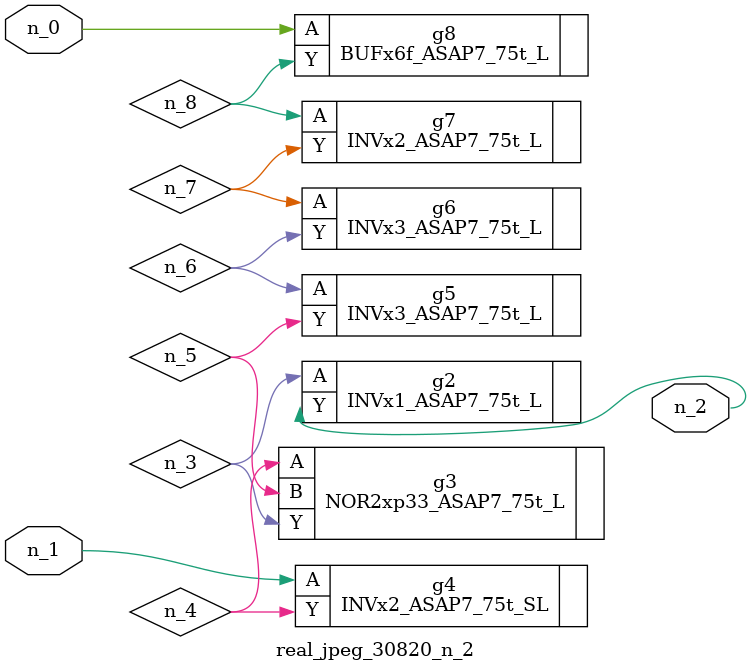
<source format=v>
module real_jpeg_30820_n_2 (n_1, n_0, n_2);

input n_1;
input n_0;

output n_2;

wire n_5;
wire n_4;
wire n_8;
wire n_6;
wire n_7;
wire n_3;

BUFx6f_ASAP7_75t_L g8 ( 
.A(n_0),
.Y(n_8)
);

INVx2_ASAP7_75t_SL g4 ( 
.A(n_1),
.Y(n_4)
);

INVx1_ASAP7_75t_L g2 ( 
.A(n_3),
.Y(n_2)
);

NOR2xp33_ASAP7_75t_L g3 ( 
.A(n_4),
.B(n_5),
.Y(n_3)
);

INVx3_ASAP7_75t_L g5 ( 
.A(n_6),
.Y(n_5)
);

INVx3_ASAP7_75t_L g6 ( 
.A(n_7),
.Y(n_6)
);

INVx2_ASAP7_75t_L g7 ( 
.A(n_8),
.Y(n_7)
);


endmodule
</source>
